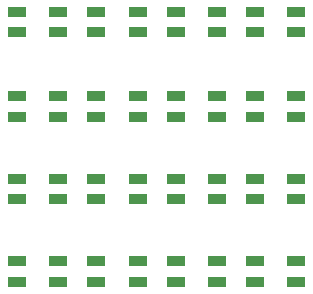
<source format=gbr>
%TF.GenerationSoftware,KiCad,Pcbnew,9.0.6*%
%TF.CreationDate,2025-12-29T13:42:38-07:00*%
%TF.ProjectId,RatPad,52617450-6164-42e6-9b69-6361645f7063,2*%
%TF.SameCoordinates,Original*%
%TF.FileFunction,Paste,Top*%
%TF.FilePolarity,Positive*%
%FSLAX46Y46*%
G04 Gerber Fmt 4.6, Leading zero omitted, Abs format (unit mm)*
G04 Created by KiCad (PCBNEW 9.0.6) date 2025-12-29 13:42:38*
%MOMM*%
%LPD*%
G01*
G04 APERTURE LIST*
%ADD10R,1.600000X0.850000*%
G04 APERTURE END LIST*
D10*
%TO.C,D7*%
X116846250Y-95756250D03*
X116846250Y-97506250D03*
X113346250Y-97506250D03*
X113346250Y-95756250D03*
%TD*%
%TO.C,D11*%
X123566250Y-95756250D03*
X123566250Y-97506250D03*
X120066250Y-97506250D03*
X120066250Y-95756250D03*
%TD*%
%TO.C,D14*%
X130286250Y-88756250D03*
X130286250Y-90506250D03*
X126786250Y-90506250D03*
X126786250Y-88756250D03*
%TD*%
%TO.C,D16*%
X130286250Y-102756250D03*
X130286250Y-104506250D03*
X126786250Y-104506250D03*
X126786250Y-102756250D03*
%TD*%
%TO.C,D6*%
X116846250Y-88756250D03*
X116846250Y-90506250D03*
X113346250Y-90506250D03*
X113346250Y-88756250D03*
%TD*%
%TO.C,D8*%
X116846250Y-102756250D03*
X116846250Y-104506250D03*
X113346250Y-104506250D03*
X113346250Y-102756250D03*
%TD*%
%TO.C,D4*%
X110126250Y-102756250D03*
X110126250Y-104506250D03*
X106626250Y-104506250D03*
X106626250Y-102756250D03*
%TD*%
%TO.C,D3*%
X110126250Y-95756250D03*
X110126250Y-97506250D03*
X106626250Y-97506250D03*
X106626250Y-95756250D03*
%TD*%
%TO.C,D10*%
X123566250Y-88756250D03*
X123566250Y-90506250D03*
X120066250Y-90506250D03*
X120066250Y-88756250D03*
%TD*%
%TO.C,D2*%
X110126250Y-88756250D03*
X110126250Y-90506250D03*
X106626250Y-90506250D03*
X106626250Y-88756250D03*
%TD*%
%TO.C,D12*%
X123566250Y-102756250D03*
X123566250Y-104506250D03*
X120066250Y-104506250D03*
X120066250Y-102756250D03*
%TD*%
%TO.C,D15*%
X130286250Y-95756250D03*
X130286250Y-97506250D03*
X126786250Y-97506250D03*
X126786250Y-95756250D03*
%TD*%
%TO.C,D1*%
X110126250Y-81631250D03*
X110126250Y-83381250D03*
X106626250Y-83381250D03*
X106626250Y-81631250D03*
%TD*%
%TO.C,D9*%
X123566250Y-81631250D03*
X123566250Y-83381250D03*
X120066250Y-83381250D03*
X120066250Y-81631250D03*
%TD*%
%TO.C,D5*%
X116846250Y-81631250D03*
X116846250Y-83381250D03*
X113346250Y-83381250D03*
X113346250Y-81631250D03*
%TD*%
%TO.C,D13*%
X130286250Y-81631250D03*
X130286250Y-83381250D03*
X126786250Y-83381250D03*
X126786250Y-81631250D03*
%TD*%
M02*

</source>
